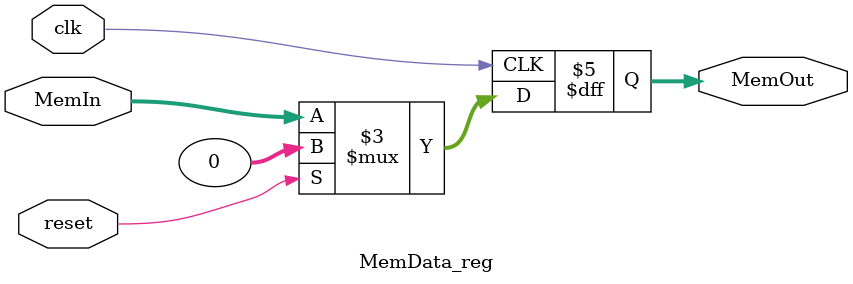
<source format=v>
`timescale 1ns / 1ps
module MemData_reg(MemOut, MemIn, reset, clk);
output 	reg[31:0]	MemOut;
input 	[31:0]	MemIn;
input 				reset,clk;

always @ (posedge clk)
begin 
if (reset) MemOut <= 0;
else MemOut <= MemIn;
end

endmodule

</source>
